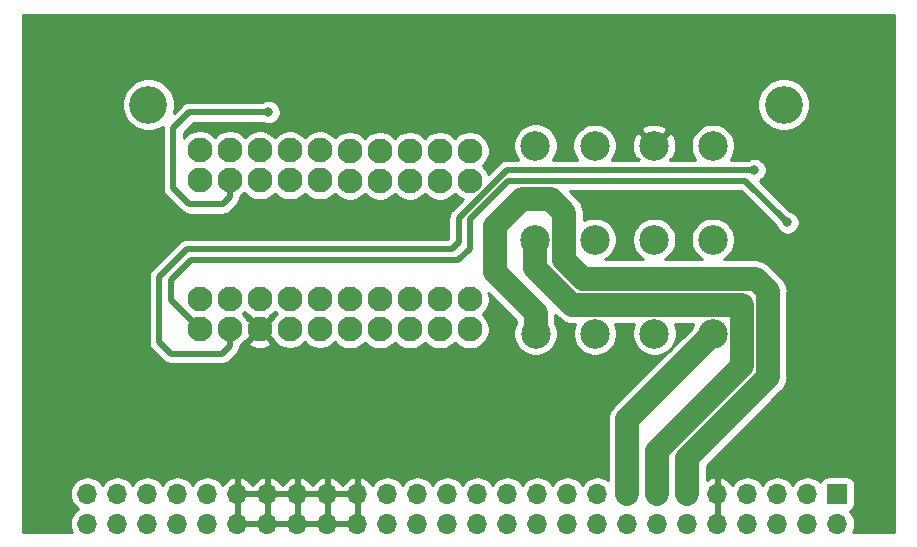
<source format=gbr>
G04 #@! TF.GenerationSoftware,KiCad,Pcbnew,5.1.2-f72e74a~84~ubuntu19.04.1*
G04 #@! TF.CreationDate,2019-05-14T14:31:21-05:00*
G04 #@! TF.ProjectId,Adapter-TE-52,41646170-7465-4722-9d54-452d35322e6b,rev?*
G04 #@! TF.SameCoordinates,Original*
G04 #@! TF.FileFunction,Copper,L2,Bot*
G04 #@! TF.FilePolarity,Positive*
%FSLAX46Y46*%
G04 Gerber Fmt 4.6, Leading zero omitted, Abs format (unit mm)*
G04 Created by KiCad (PCBNEW 5.1.2-f72e74a~84~ubuntu19.04.1) date 2019-05-14 14:31:21*
%MOMM*%
%LPD*%
G04 APERTURE LIST*
%ADD10R,1.700000X1.700000*%
%ADD11O,1.700000X1.700000*%
%ADD12C,2.100000*%
%ADD13C,2.500000*%
%ADD14C,3.200000*%
%ADD15C,0.800000*%
%ADD16C,5.000000*%
%ADD17C,0.500000*%
%ADD18C,2.000000*%
%ADD19C,0.254000*%
G04 APERTURE END LIST*
D10*
X167299640Y-115524280D03*
D11*
X167299640Y-118064280D03*
X164759640Y-115524280D03*
X164759640Y-118064280D03*
X162219640Y-115524280D03*
X162219640Y-118064280D03*
X159679640Y-115524280D03*
X159679640Y-118064280D03*
X157139640Y-115524280D03*
X157139640Y-118064280D03*
X154599640Y-115524280D03*
X154599640Y-118064280D03*
X152059640Y-115524280D03*
X152059640Y-118064280D03*
X149519640Y-115524280D03*
X149519640Y-118064280D03*
X146979640Y-115524280D03*
X146979640Y-118064280D03*
X144439640Y-115524280D03*
X144439640Y-118064280D03*
X141899640Y-115524280D03*
X141899640Y-118064280D03*
X139359640Y-115524280D03*
X139359640Y-118064280D03*
X136819640Y-115524280D03*
X136819640Y-118064280D03*
X134279640Y-115524280D03*
X134279640Y-118064280D03*
X131739640Y-115524280D03*
X131739640Y-118064280D03*
X129199640Y-115524280D03*
X129199640Y-118064280D03*
X126659640Y-115524280D03*
X126659640Y-118064280D03*
X124119640Y-115524280D03*
X124119640Y-118064280D03*
X121579640Y-115524280D03*
X121579640Y-118064280D03*
X119039640Y-115524280D03*
X119039640Y-118064280D03*
X116499640Y-115524280D03*
X116499640Y-118064280D03*
X113959640Y-115524280D03*
X113959640Y-118064280D03*
X111419640Y-115524280D03*
X111419640Y-118064280D03*
X108879640Y-115524280D03*
X108879640Y-118064280D03*
X106339640Y-115524280D03*
X106339640Y-118064280D03*
X103799640Y-115524280D03*
X103799640Y-118064280D03*
D12*
X123469400Y-99034600D03*
X126009400Y-99060000D03*
X113309400Y-98983800D03*
X131089400Y-99060000D03*
X133629400Y-99060000D03*
X136169400Y-101600000D03*
X115849400Y-101523800D03*
X133629400Y-101600000D03*
X115849400Y-98983800D03*
X128549400Y-99060000D03*
X118389400Y-101574600D03*
X118389400Y-99034600D03*
X113309400Y-101523800D03*
X123469400Y-101574600D03*
X120929400Y-99034600D03*
X131089400Y-101600000D03*
X128549400Y-101600000D03*
X126009400Y-101600000D03*
X120929400Y-101574600D03*
X136169400Y-99060000D03*
D13*
X151803100Y-101955600D03*
X146773900Y-101955600D03*
X156781500Y-101955600D03*
X141757400Y-101942900D03*
X146748500Y-94005400D03*
X141732000Y-93992700D03*
X151777700Y-94005400D03*
X156756100Y-94005400D03*
X156756100Y-86055200D03*
X151777700Y-86055200D03*
X146748500Y-86055200D03*
X141732000Y-86042500D03*
D12*
X136169400Y-89001600D03*
X136169400Y-86461600D03*
X133629400Y-86461600D03*
X133629400Y-89001600D03*
X131089400Y-89001600D03*
X131089400Y-86461600D03*
X128549400Y-86461600D03*
X128549400Y-89001600D03*
X126009400Y-86461600D03*
X126009400Y-89001600D03*
X123469400Y-88976200D03*
X123469400Y-86436200D03*
X118389400Y-86436200D03*
X120929400Y-88976200D03*
X118389400Y-88976200D03*
X120929400Y-86436200D03*
X115849400Y-86385400D03*
X115849400Y-88925400D03*
X113309400Y-88925400D03*
X113309400Y-86385400D03*
D14*
X162763200Y-82575400D03*
X108966000Y-82575400D03*
D15*
X160263840Y-88097360D03*
D16*
X168714420Y-78303120D03*
X101719380Y-78303120D03*
D15*
X163062920Y-92542360D03*
X119120920Y-83195160D03*
D17*
X133352332Y-94792800D02*
X112247680Y-94792800D01*
X109870240Y-102641400D02*
X110886240Y-103657400D01*
X112247680Y-94792800D02*
X109870240Y-97170240D01*
X110886240Y-103657400D02*
X115200724Y-103657400D01*
X115200724Y-103657400D02*
X115849400Y-103008724D01*
X109870240Y-97170240D02*
X109870240Y-102641400D01*
X115849400Y-103008724D02*
X115849400Y-101523800D01*
X133352332Y-94792800D02*
X134670800Y-94792800D01*
X134670800Y-94792800D02*
X135244840Y-94218760D01*
X139293642Y-88097360D02*
X160263840Y-88097360D01*
X135244840Y-92146162D02*
X139293642Y-88097360D01*
X135244840Y-94218760D02*
X135244840Y-92146162D01*
X139388205Y-88992761D02*
X159513321Y-88992761D01*
X136174480Y-92206486D02*
X139388205Y-88992761D01*
X136174480Y-94747080D02*
X136174480Y-92206486D01*
X113309400Y-101523800D02*
X110865920Y-99080320D01*
X135214360Y-95707200D02*
X136174480Y-94747080D01*
X159513321Y-88992761D02*
X163062920Y-92542360D01*
X110865920Y-99080320D02*
X110865920Y-97444560D01*
X110865920Y-97444560D02*
X112603280Y-95707200D01*
X112603280Y-95707200D02*
X135214360Y-95707200D01*
D18*
X149519640Y-109217460D02*
X149519640Y-115524280D01*
X156781500Y-101955600D02*
X149519640Y-109217460D01*
X144182001Y-95708641D02*
X145778948Y-97305588D01*
X141757400Y-100175134D02*
X138308080Y-96725814D01*
X161431512Y-98363312D02*
X161431512Y-105629168D01*
X140629640Y-90556081D02*
X143027401Y-90556081D01*
X160373788Y-97305588D02*
X161431512Y-98363312D01*
X138308080Y-92877641D02*
X140629640Y-90556081D01*
X145778948Y-97305588D02*
X160373788Y-97305588D01*
X154599640Y-114322199D02*
X154599640Y-115524280D01*
X144182001Y-91710681D02*
X144182001Y-95708641D01*
X161431512Y-105629168D02*
X154599640Y-112461040D01*
X141757400Y-101942900D02*
X141757400Y-100175134D01*
X143027401Y-90556081D02*
X144182001Y-91710681D01*
X138308080Y-96725814D02*
X138308080Y-92877641D01*
X154599640Y-112461040D02*
X154599640Y-114322199D01*
X141732000Y-93992700D02*
X141732000Y-96369924D01*
X159231501Y-99505599D02*
X159231501Y-104715139D01*
X141732000Y-96369924D02*
X141981990Y-96619915D01*
X152059640Y-114322199D02*
X152059640Y-115524280D01*
X152059640Y-111887000D02*
X152059640Y-114322199D01*
X159231501Y-104715139D02*
X152059640Y-111887000D01*
X144867674Y-99505599D02*
X159231501Y-99505599D01*
X141981990Y-96619915D02*
X144867674Y-99505599D01*
D17*
X115849400Y-90410324D02*
X115849400Y-88925400D01*
X112435640Y-83195160D02*
X111053880Y-84576920D01*
X111053880Y-89601040D02*
X112435640Y-90982800D01*
X115276924Y-90982800D02*
X115849400Y-90410324D01*
X112435640Y-90982800D02*
X115276924Y-90982800D01*
X119120920Y-83195160D02*
X112435640Y-83195160D01*
X111053880Y-84576920D02*
X111053880Y-89601040D01*
D19*
G36*
X172060001Y-118720000D02*
G01*
X168632973Y-118720000D01*
X168678239Y-118635314D01*
X168763153Y-118355391D01*
X168791825Y-118064280D01*
X168763153Y-117773169D01*
X168678239Y-117493246D01*
X168540346Y-117235266D01*
X168354774Y-117009146D01*
X168324953Y-116984673D01*
X168393820Y-116963782D01*
X168504134Y-116904817D01*
X168600825Y-116825465D01*
X168680177Y-116728774D01*
X168739142Y-116618460D01*
X168775452Y-116498762D01*
X168787712Y-116374280D01*
X168787712Y-114674280D01*
X168775452Y-114549798D01*
X168739142Y-114430100D01*
X168680177Y-114319786D01*
X168600825Y-114223095D01*
X168504134Y-114143743D01*
X168393820Y-114084778D01*
X168274122Y-114048468D01*
X168149640Y-114036208D01*
X166449640Y-114036208D01*
X166325158Y-114048468D01*
X166205460Y-114084778D01*
X166095146Y-114143743D01*
X165998455Y-114223095D01*
X165919103Y-114319786D01*
X165860138Y-114430100D01*
X165839247Y-114498967D01*
X165814774Y-114469146D01*
X165588654Y-114283574D01*
X165330674Y-114145681D01*
X165050751Y-114060767D01*
X164832590Y-114039280D01*
X164686690Y-114039280D01*
X164468529Y-114060767D01*
X164188606Y-114145681D01*
X163930626Y-114283574D01*
X163704506Y-114469146D01*
X163518934Y-114695266D01*
X163489640Y-114750071D01*
X163460346Y-114695266D01*
X163274774Y-114469146D01*
X163048654Y-114283574D01*
X162790674Y-114145681D01*
X162510751Y-114060767D01*
X162292590Y-114039280D01*
X162146690Y-114039280D01*
X161928529Y-114060767D01*
X161648606Y-114145681D01*
X161390626Y-114283574D01*
X161164506Y-114469146D01*
X160978934Y-114695266D01*
X160949640Y-114750071D01*
X160920346Y-114695266D01*
X160734774Y-114469146D01*
X160508654Y-114283574D01*
X160250674Y-114145681D01*
X159970751Y-114060767D01*
X159752590Y-114039280D01*
X159606690Y-114039280D01*
X159388529Y-114060767D01*
X159108606Y-114145681D01*
X158850626Y-114283574D01*
X158624506Y-114469146D01*
X158438934Y-114695266D01*
X158404439Y-114759803D01*
X158334818Y-114642925D01*
X158139909Y-114426692D01*
X157906560Y-114252639D01*
X157643739Y-114127455D01*
X157496530Y-114082804D01*
X157266640Y-114204125D01*
X157266640Y-115397280D01*
X157286640Y-115397280D01*
X157286640Y-115651280D01*
X157266640Y-115651280D01*
X157266640Y-117937280D01*
X157286640Y-117937280D01*
X157286640Y-118191280D01*
X157266640Y-118191280D01*
X157266640Y-118211280D01*
X157012640Y-118211280D01*
X157012640Y-118191280D01*
X156992640Y-118191280D01*
X156992640Y-117937280D01*
X157012640Y-117937280D01*
X157012640Y-115651280D01*
X156992640Y-115651280D01*
X156992640Y-115397280D01*
X157012640Y-115397280D01*
X157012640Y-114204125D01*
X156782750Y-114082804D01*
X156635541Y-114127455D01*
X156372720Y-114252639D01*
X156234640Y-114355632D01*
X156234640Y-113138278D01*
X162530831Y-106842088D01*
X162593226Y-106790882D01*
X162797543Y-106541920D01*
X162949364Y-106257883D01*
X163042855Y-105949684D01*
X163066512Y-105709490D01*
X163066512Y-105709488D01*
X163074423Y-105629169D01*
X163066512Y-105548849D01*
X163066512Y-98443634D01*
X163074423Y-98363312D01*
X163042855Y-98042795D01*
X162949364Y-97734597D01*
X162887068Y-97618050D01*
X162797543Y-97450560D01*
X162593226Y-97201598D01*
X162530831Y-97150392D01*
X161586712Y-96206274D01*
X161535502Y-96143874D01*
X161286540Y-95939557D01*
X161002503Y-95787736D01*
X160694304Y-95694245D01*
X160454110Y-95670588D01*
X160454107Y-95670588D01*
X160373788Y-95662677D01*
X160293469Y-95670588D01*
X157656881Y-95670588D01*
X157957718Y-95469575D01*
X158220275Y-95207018D01*
X158426566Y-94898282D01*
X158568661Y-94555234D01*
X158641100Y-94191056D01*
X158641100Y-93819744D01*
X158568661Y-93455566D01*
X158426566Y-93112518D01*
X158220275Y-92803782D01*
X157957718Y-92541225D01*
X157648982Y-92334934D01*
X157305934Y-92192839D01*
X156941756Y-92120400D01*
X156570444Y-92120400D01*
X156206266Y-92192839D01*
X155863218Y-92334934D01*
X155554482Y-92541225D01*
X155291925Y-92803782D01*
X155085634Y-93112518D01*
X154943539Y-93455566D01*
X154871100Y-93819744D01*
X154871100Y-94191056D01*
X154943539Y-94555234D01*
X155085634Y-94898282D01*
X155291925Y-95207018D01*
X155554482Y-95469575D01*
X155855319Y-95670588D01*
X152678481Y-95670588D01*
X152979318Y-95469575D01*
X153241875Y-95207018D01*
X153448166Y-94898282D01*
X153590261Y-94555234D01*
X153662700Y-94191056D01*
X153662700Y-93819744D01*
X153590261Y-93455566D01*
X153448166Y-93112518D01*
X153241875Y-92803782D01*
X152979318Y-92541225D01*
X152670582Y-92334934D01*
X152327534Y-92192839D01*
X151963356Y-92120400D01*
X151592044Y-92120400D01*
X151227866Y-92192839D01*
X150884818Y-92334934D01*
X150576082Y-92541225D01*
X150313525Y-92803782D01*
X150107234Y-93112518D01*
X149965139Y-93455566D01*
X149892700Y-93819744D01*
X149892700Y-94191056D01*
X149965139Y-94555234D01*
X150107234Y-94898282D01*
X150313525Y-95207018D01*
X150576082Y-95469575D01*
X150876919Y-95670588D01*
X147649281Y-95670588D01*
X147950118Y-95469575D01*
X148212675Y-95207018D01*
X148418966Y-94898282D01*
X148561061Y-94555234D01*
X148633500Y-94191056D01*
X148633500Y-93819744D01*
X148561061Y-93455566D01*
X148418966Y-93112518D01*
X148212675Y-92803782D01*
X147950118Y-92541225D01*
X147641382Y-92334934D01*
X147298334Y-92192839D01*
X146934156Y-92120400D01*
X146562844Y-92120400D01*
X146198666Y-92192839D01*
X145855618Y-92334934D01*
X145817001Y-92360737D01*
X145817001Y-91791000D01*
X145824912Y-91710681D01*
X145815155Y-91611617D01*
X145793344Y-91390165D01*
X145699853Y-91081966D01*
X145548032Y-90797929D01*
X145343715Y-90548967D01*
X145281320Y-90497761D01*
X144661319Y-89877761D01*
X159146743Y-89877761D01*
X162056385Y-92787404D01*
X162067694Y-92844258D01*
X162145715Y-93032616D01*
X162258983Y-93202134D01*
X162403146Y-93346297D01*
X162572664Y-93459565D01*
X162761022Y-93537586D01*
X162960981Y-93577360D01*
X163164859Y-93577360D01*
X163364818Y-93537586D01*
X163553176Y-93459565D01*
X163722694Y-93346297D01*
X163866857Y-93202134D01*
X163980125Y-93032616D01*
X164058146Y-92844258D01*
X164097920Y-92644299D01*
X164097920Y-92440421D01*
X164058146Y-92240462D01*
X163980125Y-92052104D01*
X163866857Y-91882586D01*
X163722694Y-91738423D01*
X163553176Y-91625155D01*
X163364818Y-91547134D01*
X163307964Y-91535825D01*
X160773643Y-89001504D01*
X160923614Y-88901297D01*
X161067777Y-88757134D01*
X161181045Y-88587616D01*
X161259066Y-88399258D01*
X161298840Y-88199299D01*
X161298840Y-87995421D01*
X161259066Y-87795462D01*
X161181045Y-87607104D01*
X161067777Y-87437586D01*
X160923614Y-87293423D01*
X160754096Y-87180155D01*
X160565738Y-87102134D01*
X160365779Y-87062360D01*
X160161901Y-87062360D01*
X159961942Y-87102134D01*
X159773584Y-87180155D01*
X159725386Y-87212360D01*
X158249981Y-87212360D01*
X158426566Y-86948082D01*
X158568661Y-86605034D01*
X158641100Y-86240856D01*
X158641100Y-85869544D01*
X158568661Y-85505366D01*
X158426566Y-85162318D01*
X158220275Y-84853582D01*
X157957718Y-84591025D01*
X157648982Y-84384734D01*
X157305934Y-84242639D01*
X156941756Y-84170200D01*
X156570444Y-84170200D01*
X156206266Y-84242639D01*
X155863218Y-84384734D01*
X155554482Y-84591025D01*
X155291925Y-84853582D01*
X155085634Y-85162318D01*
X154943539Y-85505366D01*
X154871100Y-85869544D01*
X154871100Y-86240856D01*
X154943539Y-86605034D01*
X155085634Y-86948082D01*
X155262219Y-87212360D01*
X153114468Y-87212360D01*
X153091307Y-87189199D01*
X153381277Y-87063286D01*
X153547133Y-86731074D01*
X153644990Y-86372888D01*
X153671089Y-86002494D01*
X153624425Y-85634125D01*
X153506794Y-85281938D01*
X153381277Y-85047114D01*
X153091305Y-84921200D01*
X151957305Y-86055200D01*
X151971448Y-86069343D01*
X151791843Y-86248948D01*
X151777700Y-86234805D01*
X151763558Y-86248948D01*
X151583953Y-86069343D01*
X151598095Y-86055200D01*
X150464095Y-84921200D01*
X150174123Y-85047114D01*
X150008267Y-85379326D01*
X149910410Y-85737512D01*
X149884311Y-86107906D01*
X149930975Y-86476275D01*
X150048606Y-86828462D01*
X150174123Y-87063286D01*
X150464093Y-87189199D01*
X150440932Y-87212360D01*
X148242381Y-87212360D01*
X148418966Y-86948082D01*
X148561061Y-86605034D01*
X148633500Y-86240856D01*
X148633500Y-85869544D01*
X148561061Y-85505366D01*
X148418966Y-85162318D01*
X148212675Y-84853582D01*
X148100688Y-84741595D01*
X150643700Y-84741595D01*
X151777700Y-85875595D01*
X152911700Y-84741595D01*
X152785786Y-84451623D01*
X152453574Y-84285767D01*
X152095388Y-84187910D01*
X151724994Y-84161811D01*
X151356625Y-84208475D01*
X151004438Y-84326106D01*
X150769614Y-84451623D01*
X150643700Y-84741595D01*
X148100688Y-84741595D01*
X147950118Y-84591025D01*
X147641382Y-84384734D01*
X147298334Y-84242639D01*
X146934156Y-84170200D01*
X146562844Y-84170200D01*
X146198666Y-84242639D01*
X145855618Y-84384734D01*
X145546882Y-84591025D01*
X145284325Y-84853582D01*
X145078034Y-85162318D01*
X144935939Y-85505366D01*
X144863500Y-85869544D01*
X144863500Y-86240856D01*
X144935939Y-86605034D01*
X145078034Y-86948082D01*
X145254619Y-87212360D01*
X143217395Y-87212360D01*
X143402466Y-86935382D01*
X143544561Y-86592334D01*
X143617000Y-86228156D01*
X143617000Y-85856844D01*
X143544561Y-85492666D01*
X143402466Y-85149618D01*
X143196175Y-84840882D01*
X142933618Y-84578325D01*
X142624882Y-84372034D01*
X142281834Y-84229939D01*
X141917656Y-84157500D01*
X141546344Y-84157500D01*
X141182166Y-84229939D01*
X140839118Y-84372034D01*
X140530382Y-84578325D01*
X140267825Y-84840882D01*
X140061534Y-85149618D01*
X139919439Y-85492666D01*
X139847000Y-85856844D01*
X139847000Y-86228156D01*
X139919439Y-86592334D01*
X140061534Y-86935382D01*
X140246605Y-87212360D01*
X139337111Y-87212360D01*
X139293642Y-87208079D01*
X139250173Y-87212360D01*
X139250165Y-87212360D01*
X139120152Y-87225165D01*
X138953329Y-87275771D01*
X138803315Y-87355954D01*
X138799583Y-87357949D01*
X138698595Y-87440828D01*
X138698593Y-87440830D01*
X138664825Y-87468543D01*
X138637112Y-87502311D01*
X137742688Y-88396736D01*
X137662628Y-88203453D01*
X137478225Y-87927475D01*
X137282350Y-87731600D01*
X137478225Y-87535725D01*
X137662628Y-87259747D01*
X137789646Y-86953096D01*
X137854400Y-86627558D01*
X137854400Y-86295642D01*
X137789646Y-85970104D01*
X137662628Y-85663453D01*
X137478225Y-85387475D01*
X137243525Y-85152775D01*
X136967547Y-84968372D01*
X136660896Y-84841354D01*
X136335358Y-84776600D01*
X136003442Y-84776600D01*
X135677904Y-84841354D01*
X135371253Y-84968372D01*
X135095275Y-85152775D01*
X134899400Y-85348650D01*
X134703525Y-85152775D01*
X134427547Y-84968372D01*
X134120896Y-84841354D01*
X133795358Y-84776600D01*
X133463442Y-84776600D01*
X133137904Y-84841354D01*
X132831253Y-84968372D01*
X132555275Y-85152775D01*
X132359400Y-85348650D01*
X132163525Y-85152775D01*
X131887547Y-84968372D01*
X131580896Y-84841354D01*
X131255358Y-84776600D01*
X130923442Y-84776600D01*
X130597904Y-84841354D01*
X130291253Y-84968372D01*
X130015275Y-85152775D01*
X129819400Y-85348650D01*
X129623525Y-85152775D01*
X129347547Y-84968372D01*
X129040896Y-84841354D01*
X128715358Y-84776600D01*
X128383442Y-84776600D01*
X128057904Y-84841354D01*
X127751253Y-84968372D01*
X127475275Y-85152775D01*
X127279400Y-85348650D01*
X127083525Y-85152775D01*
X126807547Y-84968372D01*
X126500896Y-84841354D01*
X126175358Y-84776600D01*
X125843442Y-84776600D01*
X125517904Y-84841354D01*
X125211253Y-84968372D01*
X124935275Y-85152775D01*
X124752100Y-85335950D01*
X124543525Y-85127375D01*
X124267547Y-84942972D01*
X123960896Y-84815954D01*
X123635358Y-84751200D01*
X123303442Y-84751200D01*
X122977904Y-84815954D01*
X122671253Y-84942972D01*
X122395275Y-85127375D01*
X122199400Y-85323250D01*
X122003525Y-85127375D01*
X121727547Y-84942972D01*
X121420896Y-84815954D01*
X121095358Y-84751200D01*
X120763442Y-84751200D01*
X120437904Y-84815954D01*
X120131253Y-84942972D01*
X119855275Y-85127375D01*
X119659400Y-85323250D01*
X119463525Y-85127375D01*
X119187547Y-84942972D01*
X118880896Y-84815954D01*
X118555358Y-84751200D01*
X118223442Y-84751200D01*
X117897904Y-84815954D01*
X117591253Y-84942972D01*
X117315275Y-85127375D01*
X117144800Y-85297850D01*
X116923525Y-85076575D01*
X116647547Y-84892172D01*
X116340896Y-84765154D01*
X116015358Y-84700400D01*
X115683442Y-84700400D01*
X115357904Y-84765154D01*
X115051253Y-84892172D01*
X114775275Y-85076575D01*
X114579400Y-85272450D01*
X114383525Y-85076575D01*
X114107547Y-84892172D01*
X113800896Y-84765154D01*
X113475358Y-84700400D01*
X113143442Y-84700400D01*
X112817904Y-84765154D01*
X112511253Y-84892172D01*
X112235275Y-85076575D01*
X112000575Y-85311275D01*
X111938880Y-85403608D01*
X111938880Y-84943498D01*
X112802219Y-84080160D01*
X118582466Y-84080160D01*
X118630664Y-84112365D01*
X118819022Y-84190386D01*
X119018981Y-84230160D01*
X119222859Y-84230160D01*
X119422818Y-84190386D01*
X119611176Y-84112365D01*
X119780694Y-83999097D01*
X119924857Y-83854934D01*
X120038125Y-83685416D01*
X120116146Y-83497058D01*
X120155920Y-83297099D01*
X120155920Y-83093221D01*
X120116146Y-82893262D01*
X120038125Y-82704904D01*
X119924857Y-82535386D01*
X119780694Y-82391223D01*
X119726890Y-82355272D01*
X160528200Y-82355272D01*
X160528200Y-82795528D01*
X160614090Y-83227325D01*
X160782569Y-83634069D01*
X161027162Y-84000129D01*
X161338471Y-84311438D01*
X161704531Y-84556031D01*
X162111275Y-84724510D01*
X162543072Y-84810400D01*
X162983328Y-84810400D01*
X163415125Y-84724510D01*
X163821869Y-84556031D01*
X164187929Y-84311438D01*
X164499238Y-84000129D01*
X164743831Y-83634069D01*
X164912310Y-83227325D01*
X164998200Y-82795528D01*
X164998200Y-82355272D01*
X164912310Y-81923475D01*
X164743831Y-81516731D01*
X164499238Y-81150671D01*
X164187929Y-80839362D01*
X163821869Y-80594769D01*
X163415125Y-80426290D01*
X162983328Y-80340400D01*
X162543072Y-80340400D01*
X162111275Y-80426290D01*
X161704531Y-80594769D01*
X161338471Y-80839362D01*
X161027162Y-81150671D01*
X160782569Y-81516731D01*
X160614090Y-81923475D01*
X160528200Y-82355272D01*
X119726890Y-82355272D01*
X119611176Y-82277955D01*
X119422818Y-82199934D01*
X119222859Y-82160160D01*
X119018981Y-82160160D01*
X118819022Y-82199934D01*
X118630664Y-82277955D01*
X118582466Y-82310160D01*
X112479109Y-82310160D01*
X112435640Y-82305879D01*
X112392171Y-82310160D01*
X112392163Y-82310160D01*
X112262150Y-82322965D01*
X112095327Y-82373571D01*
X111941581Y-82455749D01*
X111840593Y-82538628D01*
X111840591Y-82538630D01*
X111806823Y-82566343D01*
X111779110Y-82600111D01*
X111089098Y-83290124D01*
X111115110Y-83227325D01*
X111201000Y-82795528D01*
X111201000Y-82355272D01*
X111115110Y-81923475D01*
X110946631Y-81516731D01*
X110702038Y-81150671D01*
X110390729Y-80839362D01*
X110024669Y-80594769D01*
X109617925Y-80426290D01*
X109186128Y-80340400D01*
X108745872Y-80340400D01*
X108314075Y-80426290D01*
X107907331Y-80594769D01*
X107541271Y-80839362D01*
X107229962Y-81150671D01*
X106985369Y-81516731D01*
X106816890Y-81923475D01*
X106731000Y-82355272D01*
X106731000Y-82795528D01*
X106816890Y-83227325D01*
X106985369Y-83634069D01*
X107229962Y-84000129D01*
X107541271Y-84311438D01*
X107907331Y-84556031D01*
X108314075Y-84724510D01*
X108745872Y-84810400D01*
X109186128Y-84810400D01*
X109617925Y-84724510D01*
X110024669Y-84556031D01*
X110176658Y-84454476D01*
X110168880Y-84533444D01*
X110168880Y-84533451D01*
X110164599Y-84576920D01*
X110168880Y-84620389D01*
X110168881Y-89557561D01*
X110164599Y-89601040D01*
X110181685Y-89774530D01*
X110232292Y-89941353D01*
X110314470Y-90095099D01*
X110397348Y-90196086D01*
X110397351Y-90196089D01*
X110425064Y-90229857D01*
X110458831Y-90257569D01*
X111779110Y-91577849D01*
X111806823Y-91611617D01*
X111840591Y-91639330D01*
X111840593Y-91639332D01*
X111860177Y-91655404D01*
X111941581Y-91722211D01*
X112095327Y-91804389D01*
X112262150Y-91854995D01*
X112392163Y-91867800D01*
X112392171Y-91867800D01*
X112435640Y-91872081D01*
X112479109Y-91867800D01*
X115233455Y-91867800D01*
X115276924Y-91872081D01*
X115320393Y-91867800D01*
X115320401Y-91867800D01*
X115450414Y-91854995D01*
X115617237Y-91804389D01*
X115770983Y-91722211D01*
X115905741Y-91611617D01*
X115933458Y-91577844D01*
X116444445Y-91066857D01*
X116478217Y-91039141D01*
X116588811Y-90904383D01*
X116670989Y-90750637D01*
X116721595Y-90583814D01*
X116734400Y-90453801D01*
X116734400Y-90453791D01*
X116738681Y-90410325D01*
X116734400Y-90366859D01*
X116734400Y-90360595D01*
X116923525Y-90234225D01*
X117094000Y-90063750D01*
X117315275Y-90285025D01*
X117591253Y-90469428D01*
X117897904Y-90596446D01*
X118223442Y-90661200D01*
X118555358Y-90661200D01*
X118880896Y-90596446D01*
X119187547Y-90469428D01*
X119463525Y-90285025D01*
X119659400Y-90089150D01*
X119855275Y-90285025D01*
X120131253Y-90469428D01*
X120437904Y-90596446D01*
X120763442Y-90661200D01*
X121095358Y-90661200D01*
X121420896Y-90596446D01*
X121727547Y-90469428D01*
X122003525Y-90285025D01*
X122199400Y-90089150D01*
X122395275Y-90285025D01*
X122671253Y-90469428D01*
X122977904Y-90596446D01*
X123303442Y-90661200D01*
X123635358Y-90661200D01*
X123960896Y-90596446D01*
X124267547Y-90469428D01*
X124543525Y-90285025D01*
X124726700Y-90101850D01*
X124935275Y-90310425D01*
X125211253Y-90494828D01*
X125517904Y-90621846D01*
X125843442Y-90686600D01*
X126175358Y-90686600D01*
X126500896Y-90621846D01*
X126807547Y-90494828D01*
X127083525Y-90310425D01*
X127279400Y-90114550D01*
X127475275Y-90310425D01*
X127751253Y-90494828D01*
X128057904Y-90621846D01*
X128383442Y-90686600D01*
X128715358Y-90686600D01*
X129040896Y-90621846D01*
X129347547Y-90494828D01*
X129623525Y-90310425D01*
X129819400Y-90114550D01*
X130015275Y-90310425D01*
X130291253Y-90494828D01*
X130597904Y-90621846D01*
X130923442Y-90686600D01*
X131255358Y-90686600D01*
X131580896Y-90621846D01*
X131887547Y-90494828D01*
X132163525Y-90310425D01*
X132359400Y-90114550D01*
X132555275Y-90310425D01*
X132831253Y-90494828D01*
X133137904Y-90621846D01*
X133463442Y-90686600D01*
X133795358Y-90686600D01*
X134120896Y-90621846D01*
X134427547Y-90494828D01*
X134703525Y-90310425D01*
X134899400Y-90114550D01*
X135095275Y-90310425D01*
X135371253Y-90494828D01*
X135564536Y-90574888D01*
X134649791Y-91489632D01*
X134616024Y-91517345D01*
X134588311Y-91551113D01*
X134588308Y-91551116D01*
X134505430Y-91652103D01*
X134423252Y-91805849D01*
X134372645Y-91972672D01*
X134355559Y-92146162D01*
X134359841Y-92189641D01*
X134359840Y-93852182D01*
X134304222Y-93907800D01*
X112291149Y-93907800D01*
X112247680Y-93903519D01*
X112204211Y-93907800D01*
X112204203Y-93907800D01*
X112074190Y-93920605D01*
X111907367Y-93971211D01*
X111779879Y-94039354D01*
X111753621Y-94053389D01*
X111652633Y-94136268D01*
X111652631Y-94136270D01*
X111618863Y-94163983D01*
X111591150Y-94197751D01*
X109275196Y-96513706D01*
X109241423Y-96541423D01*
X109130829Y-96676182D01*
X109048651Y-96829928D01*
X108998045Y-96996751D01*
X108985240Y-97126764D01*
X108985240Y-97126771D01*
X108980959Y-97170240D01*
X108985240Y-97213709D01*
X108985241Y-102597921D01*
X108980959Y-102641400D01*
X108998045Y-102814890D01*
X109048652Y-102981713D01*
X109130830Y-103135459D01*
X109213708Y-103236446D01*
X109213711Y-103236449D01*
X109241424Y-103270217D01*
X109275191Y-103297929D01*
X110229710Y-104252449D01*
X110257423Y-104286217D01*
X110291191Y-104313930D01*
X110291193Y-104313932D01*
X110362692Y-104372610D01*
X110392181Y-104396811D01*
X110545927Y-104478989D01*
X110662143Y-104514243D01*
X110712749Y-104529595D01*
X110727546Y-104531052D01*
X110842763Y-104542400D01*
X110842771Y-104542400D01*
X110886240Y-104546681D01*
X110929709Y-104542400D01*
X115157255Y-104542400D01*
X115200724Y-104546681D01*
X115244193Y-104542400D01*
X115244201Y-104542400D01*
X115374214Y-104529595D01*
X115541037Y-104478989D01*
X115694783Y-104396811D01*
X115829541Y-104286217D01*
X115857258Y-104252444D01*
X116444450Y-103665253D01*
X116478217Y-103637541D01*
X116546579Y-103554243D01*
X116588810Y-103502784D01*
X116588811Y-103502783D01*
X116670989Y-103349037D01*
X116721595Y-103182214D01*
X116734400Y-103052201D01*
X116734400Y-103052191D01*
X116738681Y-103008725D01*
X116734400Y-102965259D01*
X116734400Y-102958995D01*
X116923525Y-102832625D01*
X117010484Y-102745666D01*
X117397939Y-102745666D01*
X117499739Y-103015179D01*
X117797877Y-103161063D01*
X118118746Y-103245980D01*
X118450017Y-103266666D01*
X118778957Y-103222328D01*
X119092927Y-103114669D01*
X119279061Y-103015179D01*
X119380861Y-102745666D01*
X118389400Y-101754205D01*
X117397939Y-102745666D01*
X117010484Y-102745666D01*
X117158225Y-102597925D01*
X117187339Y-102554353D01*
X117218334Y-102566061D01*
X118209795Y-101574600D01*
X117305939Y-100670744D01*
X117158225Y-100449675D01*
X116962350Y-100253800D01*
X117094000Y-100122150D01*
X117315275Y-100343425D01*
X117399409Y-100399642D01*
X117397939Y-100403534D01*
X118389400Y-101394995D01*
X119380861Y-100403534D01*
X119379391Y-100399642D01*
X119463525Y-100343425D01*
X119659400Y-100147550D01*
X119816450Y-100304600D01*
X119620575Y-100500475D01*
X119564358Y-100584609D01*
X119560466Y-100583139D01*
X118569005Y-101574600D01*
X119560466Y-102566061D01*
X119564358Y-102564591D01*
X119620575Y-102648725D01*
X119855275Y-102883425D01*
X120131253Y-103067828D01*
X120437904Y-103194846D01*
X120763442Y-103259600D01*
X121095358Y-103259600D01*
X121420896Y-103194846D01*
X121727547Y-103067828D01*
X122003525Y-102883425D01*
X122199400Y-102687550D01*
X122395275Y-102883425D01*
X122671253Y-103067828D01*
X122977904Y-103194846D01*
X123303442Y-103259600D01*
X123635358Y-103259600D01*
X123960896Y-103194846D01*
X124267547Y-103067828D01*
X124543525Y-102883425D01*
X124726700Y-102700250D01*
X124935275Y-102908825D01*
X125211253Y-103093228D01*
X125517904Y-103220246D01*
X125843442Y-103285000D01*
X126175358Y-103285000D01*
X126500896Y-103220246D01*
X126807547Y-103093228D01*
X127083525Y-102908825D01*
X127279400Y-102712950D01*
X127475275Y-102908825D01*
X127751253Y-103093228D01*
X128057904Y-103220246D01*
X128383442Y-103285000D01*
X128715358Y-103285000D01*
X129040896Y-103220246D01*
X129347547Y-103093228D01*
X129623525Y-102908825D01*
X129819400Y-102712950D01*
X130015275Y-102908825D01*
X130291253Y-103093228D01*
X130597904Y-103220246D01*
X130923442Y-103285000D01*
X131255358Y-103285000D01*
X131580896Y-103220246D01*
X131887547Y-103093228D01*
X132163525Y-102908825D01*
X132359400Y-102712950D01*
X132555275Y-102908825D01*
X132831253Y-103093228D01*
X133137904Y-103220246D01*
X133463442Y-103285000D01*
X133795358Y-103285000D01*
X134120896Y-103220246D01*
X134427547Y-103093228D01*
X134703525Y-102908825D01*
X134899400Y-102712950D01*
X135095275Y-102908825D01*
X135371253Y-103093228D01*
X135677904Y-103220246D01*
X136003442Y-103285000D01*
X136335358Y-103285000D01*
X136660896Y-103220246D01*
X136967547Y-103093228D01*
X137243525Y-102908825D01*
X137478225Y-102674125D01*
X137662628Y-102398147D01*
X137789646Y-102091496D01*
X137854400Y-101765958D01*
X137854400Y-101434042D01*
X137789646Y-101108504D01*
X137662628Y-100801853D01*
X137478225Y-100525875D01*
X137282350Y-100330000D01*
X137478225Y-100134125D01*
X137662628Y-99858147D01*
X137789646Y-99551496D01*
X137854400Y-99225958D01*
X137854400Y-98894042D01*
X137789646Y-98568504D01*
X137755079Y-98485051D01*
X140122400Y-100852373D01*
X140122400Y-100996939D01*
X140086934Y-101050018D01*
X139944839Y-101393066D01*
X139872400Y-101757244D01*
X139872400Y-102128556D01*
X139944839Y-102492734D01*
X140086934Y-102835782D01*
X140293225Y-103144518D01*
X140555782Y-103407075D01*
X140864518Y-103613366D01*
X141207566Y-103755461D01*
X141571744Y-103827900D01*
X141943056Y-103827900D01*
X142307234Y-103755461D01*
X142650282Y-103613366D01*
X142959018Y-103407075D01*
X143221575Y-103144518D01*
X143427866Y-102835782D01*
X143569961Y-102492734D01*
X143642400Y-102128556D01*
X143642400Y-101757244D01*
X143569961Y-101393066D01*
X143427866Y-101050018D01*
X143392400Y-100996939D01*
X143392400Y-100342564D01*
X143654754Y-100604918D01*
X143705960Y-100667313D01*
X143954922Y-100871630D01*
X144238959Y-101023451D01*
X144547158Y-101116942D01*
X144787352Y-101140599D01*
X144787354Y-101140599D01*
X144867673Y-101148510D01*
X144947993Y-101140599D01*
X145071175Y-101140599D01*
X144961339Y-101405766D01*
X144888900Y-101769944D01*
X144888900Y-102141256D01*
X144961339Y-102505434D01*
X145103434Y-102848482D01*
X145309725Y-103157218D01*
X145572282Y-103419775D01*
X145881018Y-103626066D01*
X146224066Y-103768161D01*
X146588244Y-103840600D01*
X146959556Y-103840600D01*
X147323734Y-103768161D01*
X147666782Y-103626066D01*
X147975518Y-103419775D01*
X148238075Y-103157218D01*
X148444366Y-102848482D01*
X148586461Y-102505434D01*
X148658900Y-102141256D01*
X148658900Y-101769944D01*
X148586461Y-101405766D01*
X148476625Y-101140599D01*
X150100375Y-101140599D01*
X149990539Y-101405766D01*
X149918100Y-101769944D01*
X149918100Y-102141256D01*
X149990539Y-102505434D01*
X150132634Y-102848482D01*
X150338925Y-103157218D01*
X150601482Y-103419775D01*
X150910218Y-103626066D01*
X151253266Y-103768161D01*
X151617444Y-103840600D01*
X151988756Y-103840600D01*
X152352934Y-103768161D01*
X152695982Y-103626066D01*
X153004718Y-103419775D01*
X153267275Y-103157218D01*
X153473566Y-102848482D01*
X153615661Y-102505434D01*
X153688100Y-102141256D01*
X153688100Y-101769944D01*
X153615661Y-101405766D01*
X153505825Y-101140599D01*
X155078775Y-101140599D01*
X154968939Y-101405766D01*
X154956485Y-101468376D01*
X148420327Y-108004535D01*
X148357926Y-108055746D01*
X148153609Y-108304709D01*
X148001788Y-108588746D01*
X147908297Y-108896945D01*
X147884640Y-109137138D01*
X147876729Y-109217460D01*
X147884640Y-109297780D01*
X147884641Y-114345935D01*
X147808654Y-114283574D01*
X147550674Y-114145681D01*
X147270751Y-114060767D01*
X147052590Y-114039280D01*
X146906690Y-114039280D01*
X146688529Y-114060767D01*
X146408606Y-114145681D01*
X146150626Y-114283574D01*
X145924506Y-114469146D01*
X145738934Y-114695266D01*
X145709640Y-114750071D01*
X145680346Y-114695266D01*
X145494774Y-114469146D01*
X145268654Y-114283574D01*
X145010674Y-114145681D01*
X144730751Y-114060767D01*
X144512590Y-114039280D01*
X144366690Y-114039280D01*
X144148529Y-114060767D01*
X143868606Y-114145681D01*
X143610626Y-114283574D01*
X143384506Y-114469146D01*
X143198934Y-114695266D01*
X143169640Y-114750071D01*
X143140346Y-114695266D01*
X142954774Y-114469146D01*
X142728654Y-114283574D01*
X142470674Y-114145681D01*
X142190751Y-114060767D01*
X141972590Y-114039280D01*
X141826690Y-114039280D01*
X141608529Y-114060767D01*
X141328606Y-114145681D01*
X141070626Y-114283574D01*
X140844506Y-114469146D01*
X140658934Y-114695266D01*
X140629640Y-114750071D01*
X140600346Y-114695266D01*
X140414774Y-114469146D01*
X140188654Y-114283574D01*
X139930674Y-114145681D01*
X139650751Y-114060767D01*
X139432590Y-114039280D01*
X139286690Y-114039280D01*
X139068529Y-114060767D01*
X138788606Y-114145681D01*
X138530626Y-114283574D01*
X138304506Y-114469146D01*
X138118934Y-114695266D01*
X138089640Y-114750071D01*
X138060346Y-114695266D01*
X137874774Y-114469146D01*
X137648654Y-114283574D01*
X137390674Y-114145681D01*
X137110751Y-114060767D01*
X136892590Y-114039280D01*
X136746690Y-114039280D01*
X136528529Y-114060767D01*
X136248606Y-114145681D01*
X135990626Y-114283574D01*
X135764506Y-114469146D01*
X135578934Y-114695266D01*
X135549640Y-114750071D01*
X135520346Y-114695266D01*
X135334774Y-114469146D01*
X135108654Y-114283574D01*
X134850674Y-114145681D01*
X134570751Y-114060767D01*
X134352590Y-114039280D01*
X134206690Y-114039280D01*
X133988529Y-114060767D01*
X133708606Y-114145681D01*
X133450626Y-114283574D01*
X133224506Y-114469146D01*
X133038934Y-114695266D01*
X133009640Y-114750071D01*
X132980346Y-114695266D01*
X132794774Y-114469146D01*
X132568654Y-114283574D01*
X132310674Y-114145681D01*
X132030751Y-114060767D01*
X131812590Y-114039280D01*
X131666690Y-114039280D01*
X131448529Y-114060767D01*
X131168606Y-114145681D01*
X130910626Y-114283574D01*
X130684506Y-114469146D01*
X130498934Y-114695266D01*
X130469640Y-114750071D01*
X130440346Y-114695266D01*
X130254774Y-114469146D01*
X130028654Y-114283574D01*
X129770674Y-114145681D01*
X129490751Y-114060767D01*
X129272590Y-114039280D01*
X129126690Y-114039280D01*
X128908529Y-114060767D01*
X128628606Y-114145681D01*
X128370626Y-114283574D01*
X128144506Y-114469146D01*
X127958934Y-114695266D01*
X127924439Y-114759803D01*
X127854818Y-114642925D01*
X127659909Y-114426692D01*
X127426560Y-114252639D01*
X127163739Y-114127455D01*
X127016530Y-114082804D01*
X126786640Y-114204125D01*
X126786640Y-115397280D01*
X126806640Y-115397280D01*
X126806640Y-115651280D01*
X126786640Y-115651280D01*
X126786640Y-117937280D01*
X126806640Y-117937280D01*
X126806640Y-118191280D01*
X126786640Y-118191280D01*
X126786640Y-118211280D01*
X126532640Y-118211280D01*
X126532640Y-118191280D01*
X124246640Y-118191280D01*
X124246640Y-118211280D01*
X123992640Y-118211280D01*
X123992640Y-118191280D01*
X121706640Y-118191280D01*
X121706640Y-118211280D01*
X121452640Y-118211280D01*
X121452640Y-118191280D01*
X119166640Y-118191280D01*
X119166640Y-118211280D01*
X118912640Y-118211280D01*
X118912640Y-118191280D01*
X116626640Y-118191280D01*
X116626640Y-118211280D01*
X116372640Y-118211280D01*
X116372640Y-118191280D01*
X116352640Y-118191280D01*
X116352640Y-117937280D01*
X116372640Y-117937280D01*
X116372640Y-115651280D01*
X116626640Y-115651280D01*
X116626640Y-117937280D01*
X118912640Y-117937280D01*
X118912640Y-115651280D01*
X119166640Y-115651280D01*
X119166640Y-117937280D01*
X121452640Y-117937280D01*
X121452640Y-115651280D01*
X121706640Y-115651280D01*
X121706640Y-117937280D01*
X123992640Y-117937280D01*
X123992640Y-115651280D01*
X124246640Y-115651280D01*
X124246640Y-117937280D01*
X126532640Y-117937280D01*
X126532640Y-115651280D01*
X124246640Y-115651280D01*
X123992640Y-115651280D01*
X121706640Y-115651280D01*
X121452640Y-115651280D01*
X119166640Y-115651280D01*
X118912640Y-115651280D01*
X116626640Y-115651280D01*
X116372640Y-115651280D01*
X116352640Y-115651280D01*
X116352640Y-115397280D01*
X116372640Y-115397280D01*
X116372640Y-114204125D01*
X116626640Y-114204125D01*
X116626640Y-115397280D01*
X118912640Y-115397280D01*
X118912640Y-114204125D01*
X119166640Y-114204125D01*
X119166640Y-115397280D01*
X121452640Y-115397280D01*
X121452640Y-114204125D01*
X121706640Y-114204125D01*
X121706640Y-115397280D01*
X123992640Y-115397280D01*
X123992640Y-114204125D01*
X124246640Y-114204125D01*
X124246640Y-115397280D01*
X126532640Y-115397280D01*
X126532640Y-114204125D01*
X126302750Y-114082804D01*
X126155541Y-114127455D01*
X125892720Y-114252639D01*
X125659371Y-114426692D01*
X125464462Y-114642925D01*
X125389640Y-114768535D01*
X125314818Y-114642925D01*
X125119909Y-114426692D01*
X124886560Y-114252639D01*
X124623739Y-114127455D01*
X124476530Y-114082804D01*
X124246640Y-114204125D01*
X123992640Y-114204125D01*
X123762750Y-114082804D01*
X123615541Y-114127455D01*
X123352720Y-114252639D01*
X123119371Y-114426692D01*
X122924462Y-114642925D01*
X122849640Y-114768535D01*
X122774818Y-114642925D01*
X122579909Y-114426692D01*
X122346560Y-114252639D01*
X122083739Y-114127455D01*
X121936530Y-114082804D01*
X121706640Y-114204125D01*
X121452640Y-114204125D01*
X121222750Y-114082804D01*
X121075541Y-114127455D01*
X120812720Y-114252639D01*
X120579371Y-114426692D01*
X120384462Y-114642925D01*
X120309640Y-114768535D01*
X120234818Y-114642925D01*
X120039909Y-114426692D01*
X119806560Y-114252639D01*
X119543739Y-114127455D01*
X119396530Y-114082804D01*
X119166640Y-114204125D01*
X118912640Y-114204125D01*
X118682750Y-114082804D01*
X118535541Y-114127455D01*
X118272720Y-114252639D01*
X118039371Y-114426692D01*
X117844462Y-114642925D01*
X117769640Y-114768535D01*
X117694818Y-114642925D01*
X117499909Y-114426692D01*
X117266560Y-114252639D01*
X117003739Y-114127455D01*
X116856530Y-114082804D01*
X116626640Y-114204125D01*
X116372640Y-114204125D01*
X116142750Y-114082804D01*
X115995541Y-114127455D01*
X115732720Y-114252639D01*
X115499371Y-114426692D01*
X115304462Y-114642925D01*
X115234841Y-114759803D01*
X115200346Y-114695266D01*
X115014774Y-114469146D01*
X114788654Y-114283574D01*
X114530674Y-114145681D01*
X114250751Y-114060767D01*
X114032590Y-114039280D01*
X113886690Y-114039280D01*
X113668529Y-114060767D01*
X113388606Y-114145681D01*
X113130626Y-114283574D01*
X112904506Y-114469146D01*
X112718934Y-114695266D01*
X112689640Y-114750071D01*
X112660346Y-114695266D01*
X112474774Y-114469146D01*
X112248654Y-114283574D01*
X111990674Y-114145681D01*
X111710751Y-114060767D01*
X111492590Y-114039280D01*
X111346690Y-114039280D01*
X111128529Y-114060767D01*
X110848606Y-114145681D01*
X110590626Y-114283574D01*
X110364506Y-114469146D01*
X110178934Y-114695266D01*
X110149640Y-114750071D01*
X110120346Y-114695266D01*
X109934774Y-114469146D01*
X109708654Y-114283574D01*
X109450674Y-114145681D01*
X109170751Y-114060767D01*
X108952590Y-114039280D01*
X108806690Y-114039280D01*
X108588529Y-114060767D01*
X108308606Y-114145681D01*
X108050626Y-114283574D01*
X107824506Y-114469146D01*
X107638934Y-114695266D01*
X107609640Y-114750071D01*
X107580346Y-114695266D01*
X107394774Y-114469146D01*
X107168654Y-114283574D01*
X106910674Y-114145681D01*
X106630751Y-114060767D01*
X106412590Y-114039280D01*
X106266690Y-114039280D01*
X106048529Y-114060767D01*
X105768606Y-114145681D01*
X105510626Y-114283574D01*
X105284506Y-114469146D01*
X105098934Y-114695266D01*
X105069640Y-114750071D01*
X105040346Y-114695266D01*
X104854774Y-114469146D01*
X104628654Y-114283574D01*
X104370674Y-114145681D01*
X104090751Y-114060767D01*
X103872590Y-114039280D01*
X103726690Y-114039280D01*
X103508529Y-114060767D01*
X103228606Y-114145681D01*
X102970626Y-114283574D01*
X102744506Y-114469146D01*
X102558934Y-114695266D01*
X102421041Y-114953246D01*
X102336127Y-115233169D01*
X102307455Y-115524280D01*
X102336127Y-115815391D01*
X102421041Y-116095314D01*
X102558934Y-116353294D01*
X102744506Y-116579414D01*
X102970626Y-116764986D01*
X103025431Y-116794280D01*
X102970626Y-116823574D01*
X102744506Y-117009146D01*
X102558934Y-117235266D01*
X102421041Y-117493246D01*
X102336127Y-117773169D01*
X102307455Y-118064280D01*
X102336127Y-118355391D01*
X102421041Y-118635314D01*
X102466307Y-118720000D01*
X98373800Y-118720000D01*
X98373800Y-74955000D01*
X172060000Y-74955000D01*
X172060001Y-118720000D01*
X172060001Y-118720000D01*
G37*
X172060001Y-118720000D02*
X168632973Y-118720000D01*
X168678239Y-118635314D01*
X168763153Y-118355391D01*
X168791825Y-118064280D01*
X168763153Y-117773169D01*
X168678239Y-117493246D01*
X168540346Y-117235266D01*
X168354774Y-117009146D01*
X168324953Y-116984673D01*
X168393820Y-116963782D01*
X168504134Y-116904817D01*
X168600825Y-116825465D01*
X168680177Y-116728774D01*
X168739142Y-116618460D01*
X168775452Y-116498762D01*
X168787712Y-116374280D01*
X168787712Y-114674280D01*
X168775452Y-114549798D01*
X168739142Y-114430100D01*
X168680177Y-114319786D01*
X168600825Y-114223095D01*
X168504134Y-114143743D01*
X168393820Y-114084778D01*
X168274122Y-114048468D01*
X168149640Y-114036208D01*
X166449640Y-114036208D01*
X166325158Y-114048468D01*
X166205460Y-114084778D01*
X166095146Y-114143743D01*
X165998455Y-114223095D01*
X165919103Y-114319786D01*
X165860138Y-114430100D01*
X165839247Y-114498967D01*
X165814774Y-114469146D01*
X165588654Y-114283574D01*
X165330674Y-114145681D01*
X165050751Y-114060767D01*
X164832590Y-114039280D01*
X164686690Y-114039280D01*
X164468529Y-114060767D01*
X164188606Y-114145681D01*
X163930626Y-114283574D01*
X163704506Y-114469146D01*
X163518934Y-114695266D01*
X163489640Y-114750071D01*
X163460346Y-114695266D01*
X163274774Y-114469146D01*
X163048654Y-114283574D01*
X162790674Y-114145681D01*
X162510751Y-114060767D01*
X162292590Y-114039280D01*
X162146690Y-114039280D01*
X161928529Y-114060767D01*
X161648606Y-114145681D01*
X161390626Y-114283574D01*
X161164506Y-114469146D01*
X160978934Y-114695266D01*
X160949640Y-114750071D01*
X160920346Y-114695266D01*
X160734774Y-114469146D01*
X160508654Y-114283574D01*
X160250674Y-114145681D01*
X159970751Y-114060767D01*
X159752590Y-114039280D01*
X159606690Y-114039280D01*
X159388529Y-114060767D01*
X159108606Y-114145681D01*
X158850626Y-114283574D01*
X158624506Y-114469146D01*
X158438934Y-114695266D01*
X158404439Y-114759803D01*
X158334818Y-114642925D01*
X158139909Y-114426692D01*
X157906560Y-114252639D01*
X157643739Y-114127455D01*
X157496530Y-114082804D01*
X157266640Y-114204125D01*
X157266640Y-115397280D01*
X157286640Y-115397280D01*
X157286640Y-115651280D01*
X157266640Y-115651280D01*
X157266640Y-117937280D01*
X157286640Y-117937280D01*
X157286640Y-118191280D01*
X157266640Y-118191280D01*
X157266640Y-118211280D01*
X157012640Y-118211280D01*
X157012640Y-118191280D01*
X156992640Y-118191280D01*
X156992640Y-117937280D01*
X157012640Y-117937280D01*
X157012640Y-115651280D01*
X156992640Y-115651280D01*
X156992640Y-115397280D01*
X157012640Y-115397280D01*
X157012640Y-114204125D01*
X156782750Y-114082804D01*
X156635541Y-114127455D01*
X156372720Y-114252639D01*
X156234640Y-114355632D01*
X156234640Y-113138278D01*
X162530831Y-106842088D01*
X162593226Y-106790882D01*
X162797543Y-106541920D01*
X162949364Y-106257883D01*
X163042855Y-105949684D01*
X163066512Y-105709490D01*
X163066512Y-105709488D01*
X163074423Y-105629169D01*
X163066512Y-105548849D01*
X163066512Y-98443634D01*
X163074423Y-98363312D01*
X163042855Y-98042795D01*
X162949364Y-97734597D01*
X162887068Y-97618050D01*
X162797543Y-97450560D01*
X162593226Y-97201598D01*
X162530831Y-97150392D01*
X161586712Y-96206274D01*
X161535502Y-96143874D01*
X161286540Y-95939557D01*
X161002503Y-95787736D01*
X160694304Y-95694245D01*
X160454110Y-95670588D01*
X160454107Y-95670588D01*
X160373788Y-95662677D01*
X160293469Y-95670588D01*
X157656881Y-95670588D01*
X157957718Y-95469575D01*
X158220275Y-95207018D01*
X158426566Y-94898282D01*
X158568661Y-94555234D01*
X158641100Y-94191056D01*
X158641100Y-93819744D01*
X158568661Y-93455566D01*
X158426566Y-93112518D01*
X158220275Y-92803782D01*
X157957718Y-92541225D01*
X157648982Y-92334934D01*
X157305934Y-92192839D01*
X156941756Y-92120400D01*
X156570444Y-92120400D01*
X156206266Y-92192839D01*
X155863218Y-92334934D01*
X155554482Y-92541225D01*
X155291925Y-92803782D01*
X155085634Y-93112518D01*
X154943539Y-93455566D01*
X154871100Y-93819744D01*
X154871100Y-94191056D01*
X154943539Y-94555234D01*
X155085634Y-94898282D01*
X155291925Y-95207018D01*
X155554482Y-95469575D01*
X155855319Y-95670588D01*
X152678481Y-95670588D01*
X152979318Y-95469575D01*
X153241875Y-95207018D01*
X153448166Y-94898282D01*
X153590261Y-94555234D01*
X153662700Y-94191056D01*
X153662700Y-93819744D01*
X153590261Y-93455566D01*
X153448166Y-93112518D01*
X153241875Y-92803782D01*
X152979318Y-92541225D01*
X152670582Y-92334934D01*
X152327534Y-92192839D01*
X151963356Y-92120400D01*
X151592044Y-92120400D01*
X151227866Y-92192839D01*
X150884818Y-92334934D01*
X150576082Y-92541225D01*
X150313525Y-92803782D01*
X150107234Y-93112518D01*
X149965139Y-93455566D01*
X149892700Y-93819744D01*
X149892700Y-94191056D01*
X149965139Y-94555234D01*
X150107234Y-94898282D01*
X150313525Y-95207018D01*
X150576082Y-95469575D01*
X150876919Y-95670588D01*
X147649281Y-95670588D01*
X147950118Y-95469575D01*
X148212675Y-95207018D01*
X148418966Y-94898282D01*
X148561061Y-94555234D01*
X148633500Y-94191056D01*
X148633500Y-93819744D01*
X148561061Y-93455566D01*
X148418966Y-93112518D01*
X148212675Y-92803782D01*
X147950118Y-92541225D01*
X147641382Y-92334934D01*
X147298334Y-92192839D01*
X146934156Y-92120400D01*
X146562844Y-92120400D01*
X146198666Y-92192839D01*
X145855618Y-92334934D01*
X145817001Y-92360737D01*
X145817001Y-91791000D01*
X145824912Y-91710681D01*
X145815155Y-91611617D01*
X145793344Y-91390165D01*
X145699853Y-91081966D01*
X145548032Y-90797929D01*
X145343715Y-90548967D01*
X145281320Y-90497761D01*
X144661319Y-89877761D01*
X159146743Y-89877761D01*
X162056385Y-92787404D01*
X162067694Y-92844258D01*
X162145715Y-93032616D01*
X162258983Y-93202134D01*
X162403146Y-93346297D01*
X162572664Y-93459565D01*
X162761022Y-93537586D01*
X162960981Y-93577360D01*
X163164859Y-93577360D01*
X163364818Y-93537586D01*
X163553176Y-93459565D01*
X163722694Y-93346297D01*
X163866857Y-93202134D01*
X163980125Y-93032616D01*
X164058146Y-92844258D01*
X164097920Y-92644299D01*
X164097920Y-92440421D01*
X164058146Y-92240462D01*
X163980125Y-92052104D01*
X163866857Y-91882586D01*
X163722694Y-91738423D01*
X163553176Y-91625155D01*
X163364818Y-91547134D01*
X163307964Y-91535825D01*
X160773643Y-89001504D01*
X160923614Y-88901297D01*
X161067777Y-88757134D01*
X161181045Y-88587616D01*
X161259066Y-88399258D01*
X161298840Y-88199299D01*
X161298840Y-87995421D01*
X161259066Y-87795462D01*
X161181045Y-87607104D01*
X161067777Y-87437586D01*
X160923614Y-87293423D01*
X160754096Y-87180155D01*
X160565738Y-87102134D01*
X160365779Y-87062360D01*
X160161901Y-87062360D01*
X159961942Y-87102134D01*
X159773584Y-87180155D01*
X159725386Y-87212360D01*
X158249981Y-87212360D01*
X158426566Y-86948082D01*
X158568661Y-86605034D01*
X158641100Y-86240856D01*
X158641100Y-85869544D01*
X158568661Y-85505366D01*
X158426566Y-85162318D01*
X158220275Y-84853582D01*
X157957718Y-84591025D01*
X157648982Y-84384734D01*
X157305934Y-84242639D01*
X156941756Y-84170200D01*
X156570444Y-84170200D01*
X156206266Y-84242639D01*
X155863218Y-84384734D01*
X155554482Y-84591025D01*
X155291925Y-84853582D01*
X155085634Y-85162318D01*
X154943539Y-85505366D01*
X154871100Y-85869544D01*
X154871100Y-86240856D01*
X154943539Y-86605034D01*
X155085634Y-86948082D01*
X155262219Y-87212360D01*
X153114468Y-87212360D01*
X153091307Y-87189199D01*
X153381277Y-87063286D01*
X153547133Y-86731074D01*
X153644990Y-86372888D01*
X153671089Y-86002494D01*
X153624425Y-85634125D01*
X153506794Y-85281938D01*
X153381277Y-85047114D01*
X153091305Y-84921200D01*
X151957305Y-86055200D01*
X151971448Y-86069343D01*
X151791843Y-86248948D01*
X151777700Y-86234805D01*
X151763558Y-86248948D01*
X151583953Y-86069343D01*
X151598095Y-86055200D01*
X150464095Y-84921200D01*
X150174123Y-85047114D01*
X150008267Y-85379326D01*
X149910410Y-85737512D01*
X149884311Y-86107906D01*
X149930975Y-86476275D01*
X150048606Y-86828462D01*
X150174123Y-87063286D01*
X150464093Y-87189199D01*
X150440932Y-87212360D01*
X148242381Y-87212360D01*
X148418966Y-86948082D01*
X148561061Y-86605034D01*
X148633500Y-86240856D01*
X148633500Y-85869544D01*
X148561061Y-85505366D01*
X148418966Y-85162318D01*
X148212675Y-84853582D01*
X148100688Y-84741595D01*
X150643700Y-84741595D01*
X151777700Y-85875595D01*
X152911700Y-84741595D01*
X152785786Y-84451623D01*
X152453574Y-84285767D01*
X152095388Y-84187910D01*
X151724994Y-84161811D01*
X151356625Y-84208475D01*
X151004438Y-84326106D01*
X150769614Y-84451623D01*
X150643700Y-84741595D01*
X148100688Y-84741595D01*
X147950118Y-84591025D01*
X147641382Y-84384734D01*
X147298334Y-84242639D01*
X146934156Y-84170200D01*
X146562844Y-84170200D01*
X146198666Y-84242639D01*
X145855618Y-84384734D01*
X145546882Y-84591025D01*
X145284325Y-84853582D01*
X145078034Y-85162318D01*
X144935939Y-85505366D01*
X144863500Y-85869544D01*
X144863500Y-86240856D01*
X144935939Y-86605034D01*
X145078034Y-86948082D01*
X145254619Y-87212360D01*
X143217395Y-87212360D01*
X143402466Y-86935382D01*
X143544561Y-86592334D01*
X143617000Y-86228156D01*
X143617000Y-85856844D01*
X143544561Y-85492666D01*
X143402466Y-85149618D01*
X143196175Y-84840882D01*
X142933618Y-84578325D01*
X142624882Y-84372034D01*
X142281834Y-84229939D01*
X141917656Y-84157500D01*
X141546344Y-84157500D01*
X141182166Y-84229939D01*
X140839118Y-84372034D01*
X140530382Y-84578325D01*
X140267825Y-84840882D01*
X140061534Y-85149618D01*
X139919439Y-85492666D01*
X139847000Y-85856844D01*
X139847000Y-86228156D01*
X139919439Y-86592334D01*
X140061534Y-86935382D01*
X140246605Y-87212360D01*
X139337111Y-87212360D01*
X139293642Y-87208079D01*
X139250173Y-87212360D01*
X139250165Y-87212360D01*
X139120152Y-87225165D01*
X138953329Y-87275771D01*
X138803315Y-87355954D01*
X138799583Y-87357949D01*
X138698595Y-87440828D01*
X138698593Y-87440830D01*
X138664825Y-87468543D01*
X138637112Y-87502311D01*
X137742688Y-88396736D01*
X137662628Y-88203453D01*
X137478225Y-87927475D01*
X137282350Y-87731600D01*
X137478225Y-87535725D01*
X137662628Y-87259747D01*
X137789646Y-86953096D01*
X137854400Y-86627558D01*
X137854400Y-86295642D01*
X137789646Y-85970104D01*
X137662628Y-85663453D01*
X137478225Y-85387475D01*
X137243525Y-85152775D01*
X136967547Y-84968372D01*
X136660896Y-84841354D01*
X136335358Y-84776600D01*
X136003442Y-84776600D01*
X135677904Y-84841354D01*
X135371253Y-84968372D01*
X135095275Y-85152775D01*
X134899400Y-85348650D01*
X134703525Y-85152775D01*
X134427547Y-84968372D01*
X134120896Y-84841354D01*
X133795358Y-84776600D01*
X133463442Y-84776600D01*
X133137904Y-84841354D01*
X132831253Y-84968372D01*
X132555275Y-85152775D01*
X132359400Y-85348650D01*
X132163525Y-85152775D01*
X131887547Y-84968372D01*
X131580896Y-84841354D01*
X131255358Y-84776600D01*
X130923442Y-84776600D01*
X130597904Y-84841354D01*
X130291253Y-84968372D01*
X130015275Y-85152775D01*
X129819400Y-85348650D01*
X129623525Y-85152775D01*
X129347547Y-84968372D01*
X129040896Y-84841354D01*
X128715358Y-84776600D01*
X128383442Y-84776600D01*
X128057904Y-84841354D01*
X127751253Y-84968372D01*
X127475275Y-85152775D01*
X127279400Y-85348650D01*
X127083525Y-85152775D01*
X126807547Y-84968372D01*
X126500896Y-84841354D01*
X126175358Y-84776600D01*
X125843442Y-84776600D01*
X125517904Y-84841354D01*
X125211253Y-84968372D01*
X124935275Y-85152775D01*
X124752100Y-85335950D01*
X124543525Y-85127375D01*
X124267547Y-84942972D01*
X123960896Y-84815954D01*
X123635358Y-84751200D01*
X123303442Y-84751200D01*
X122977904Y-84815954D01*
X122671253Y-84942972D01*
X122395275Y-85127375D01*
X122199400Y-85323250D01*
X122003525Y-85127375D01*
X121727547Y-84942972D01*
X121420896Y-84815954D01*
X121095358Y-84751200D01*
X120763442Y-84751200D01*
X120437904Y-84815954D01*
X120131253Y-84942972D01*
X119855275Y-85127375D01*
X119659400Y-85323250D01*
X119463525Y-85127375D01*
X119187547Y-84942972D01*
X118880896Y-84815954D01*
X118555358Y-84751200D01*
X118223442Y-84751200D01*
X117897904Y-84815954D01*
X117591253Y-84942972D01*
X117315275Y-85127375D01*
X117144800Y-85297850D01*
X116923525Y-85076575D01*
X116647547Y-84892172D01*
X116340896Y-84765154D01*
X116015358Y-84700400D01*
X115683442Y-84700400D01*
X115357904Y-84765154D01*
X115051253Y-84892172D01*
X114775275Y-85076575D01*
X114579400Y-85272450D01*
X114383525Y-85076575D01*
X114107547Y-84892172D01*
X113800896Y-84765154D01*
X113475358Y-84700400D01*
X113143442Y-84700400D01*
X112817904Y-84765154D01*
X112511253Y-84892172D01*
X112235275Y-85076575D01*
X112000575Y-85311275D01*
X111938880Y-85403608D01*
X111938880Y-84943498D01*
X112802219Y-84080160D01*
X118582466Y-84080160D01*
X118630664Y-84112365D01*
X118819022Y-84190386D01*
X119018981Y-84230160D01*
X119222859Y-84230160D01*
X119422818Y-84190386D01*
X119611176Y-84112365D01*
X119780694Y-83999097D01*
X119924857Y-83854934D01*
X120038125Y-83685416D01*
X120116146Y-83497058D01*
X120155920Y-83297099D01*
X120155920Y-83093221D01*
X120116146Y-82893262D01*
X120038125Y-82704904D01*
X119924857Y-82535386D01*
X119780694Y-82391223D01*
X119726890Y-82355272D01*
X160528200Y-82355272D01*
X160528200Y-82795528D01*
X160614090Y-83227325D01*
X160782569Y-83634069D01*
X161027162Y-84000129D01*
X161338471Y-84311438D01*
X161704531Y-84556031D01*
X162111275Y-84724510D01*
X162543072Y-84810400D01*
X162983328Y-84810400D01*
X163415125Y-84724510D01*
X163821869Y-84556031D01*
X164187929Y-84311438D01*
X164499238Y-84000129D01*
X164743831Y-83634069D01*
X164912310Y-83227325D01*
X164998200Y-82795528D01*
X164998200Y-82355272D01*
X164912310Y-81923475D01*
X164743831Y-81516731D01*
X164499238Y-81150671D01*
X164187929Y-80839362D01*
X163821869Y-80594769D01*
X163415125Y-80426290D01*
X162983328Y-80340400D01*
X162543072Y-80340400D01*
X162111275Y-80426290D01*
X161704531Y-80594769D01*
X161338471Y-80839362D01*
X161027162Y-81150671D01*
X160782569Y-81516731D01*
X160614090Y-81923475D01*
X160528200Y-82355272D01*
X119726890Y-82355272D01*
X119611176Y-82277955D01*
X119422818Y-82199934D01*
X119222859Y-82160160D01*
X119018981Y-82160160D01*
X118819022Y-82199934D01*
X118630664Y-82277955D01*
X118582466Y-82310160D01*
X112479109Y-82310160D01*
X112435640Y-82305879D01*
X112392171Y-82310160D01*
X112392163Y-82310160D01*
X112262150Y-82322965D01*
X112095327Y-82373571D01*
X111941581Y-82455749D01*
X111840593Y-82538628D01*
X111840591Y-82538630D01*
X111806823Y-82566343D01*
X111779110Y-82600111D01*
X111089098Y-83290124D01*
X111115110Y-83227325D01*
X111201000Y-82795528D01*
X111201000Y-82355272D01*
X111115110Y-81923475D01*
X110946631Y-81516731D01*
X110702038Y-81150671D01*
X110390729Y-80839362D01*
X110024669Y-80594769D01*
X109617925Y-80426290D01*
X109186128Y-80340400D01*
X108745872Y-80340400D01*
X108314075Y-80426290D01*
X107907331Y-80594769D01*
X107541271Y-80839362D01*
X107229962Y-81150671D01*
X106985369Y-81516731D01*
X106816890Y-81923475D01*
X106731000Y-82355272D01*
X106731000Y-82795528D01*
X106816890Y-83227325D01*
X106985369Y-83634069D01*
X107229962Y-84000129D01*
X107541271Y-84311438D01*
X107907331Y-84556031D01*
X108314075Y-84724510D01*
X108745872Y-84810400D01*
X109186128Y-84810400D01*
X109617925Y-84724510D01*
X110024669Y-84556031D01*
X110176658Y-84454476D01*
X110168880Y-84533444D01*
X110168880Y-84533451D01*
X110164599Y-84576920D01*
X110168880Y-84620389D01*
X110168881Y-89557561D01*
X110164599Y-89601040D01*
X110181685Y-89774530D01*
X110232292Y-89941353D01*
X110314470Y-90095099D01*
X110397348Y-90196086D01*
X110397351Y-90196089D01*
X110425064Y-90229857D01*
X110458831Y-90257569D01*
X111779110Y-91577849D01*
X111806823Y-91611617D01*
X111840591Y-91639330D01*
X111840593Y-91639332D01*
X111860177Y-91655404D01*
X111941581Y-91722211D01*
X112095327Y-91804389D01*
X112262150Y-91854995D01*
X112392163Y-91867800D01*
X112392171Y-91867800D01*
X112435640Y-91872081D01*
X112479109Y-91867800D01*
X115233455Y-91867800D01*
X115276924Y-91872081D01*
X115320393Y-91867800D01*
X115320401Y-91867800D01*
X115450414Y-91854995D01*
X115617237Y-91804389D01*
X115770983Y-91722211D01*
X115905741Y-91611617D01*
X115933458Y-91577844D01*
X116444445Y-91066857D01*
X116478217Y-91039141D01*
X116588811Y-90904383D01*
X116670989Y-90750637D01*
X116721595Y-90583814D01*
X116734400Y-90453801D01*
X116734400Y-90453791D01*
X116738681Y-90410325D01*
X116734400Y-90366859D01*
X116734400Y-90360595D01*
X116923525Y-90234225D01*
X117094000Y-90063750D01*
X117315275Y-90285025D01*
X117591253Y-90469428D01*
X117897904Y-90596446D01*
X118223442Y-90661200D01*
X118555358Y-90661200D01*
X118880896Y-90596446D01*
X119187547Y-90469428D01*
X119463525Y-90285025D01*
X119659400Y-90089150D01*
X119855275Y-90285025D01*
X120131253Y-90469428D01*
X120437904Y-90596446D01*
X120763442Y-90661200D01*
X121095358Y-90661200D01*
X121420896Y-90596446D01*
X121727547Y-90469428D01*
X122003525Y-90285025D01*
X122199400Y-90089150D01*
X122395275Y-90285025D01*
X122671253Y-90469428D01*
X122977904Y-90596446D01*
X123303442Y-90661200D01*
X123635358Y-90661200D01*
X123960896Y-90596446D01*
X124267547Y-90469428D01*
X124543525Y-90285025D01*
X124726700Y-90101850D01*
X124935275Y-90310425D01*
X125211253Y-90494828D01*
X125517904Y-90621846D01*
X125843442Y-90686600D01*
X126175358Y-90686600D01*
X126500896Y-90621846D01*
X126807547Y-90494828D01*
X127083525Y-90310425D01*
X127279400Y-90114550D01*
X127475275Y-90310425D01*
X127751253Y-90494828D01*
X128057904Y-90621846D01*
X128383442Y-90686600D01*
X128715358Y-90686600D01*
X129040896Y-90621846D01*
X129347547Y-90494828D01*
X129623525Y-90310425D01*
X129819400Y-90114550D01*
X130015275Y-90310425D01*
X130291253Y-90494828D01*
X130597904Y-90621846D01*
X130923442Y-90686600D01*
X131255358Y-90686600D01*
X131580896Y-90621846D01*
X131887547Y-90494828D01*
X132163525Y-90310425D01*
X132359400Y-90114550D01*
X132555275Y-90310425D01*
X132831253Y-90494828D01*
X133137904Y-90621846D01*
X133463442Y-90686600D01*
X133795358Y-90686600D01*
X134120896Y-90621846D01*
X134427547Y-90494828D01*
X134703525Y-90310425D01*
X134899400Y-90114550D01*
X135095275Y-90310425D01*
X135371253Y-90494828D01*
X135564536Y-90574888D01*
X134649791Y-91489632D01*
X134616024Y-91517345D01*
X134588311Y-91551113D01*
X134588308Y-91551116D01*
X134505430Y-91652103D01*
X134423252Y-91805849D01*
X134372645Y-91972672D01*
X134355559Y-92146162D01*
X134359841Y-92189641D01*
X134359840Y-93852182D01*
X134304222Y-93907800D01*
X112291149Y-93907800D01*
X112247680Y-93903519D01*
X112204211Y-93907800D01*
X112204203Y-93907800D01*
X112074190Y-93920605D01*
X111907367Y-93971211D01*
X111779879Y-94039354D01*
X111753621Y-94053389D01*
X111652633Y-94136268D01*
X111652631Y-94136270D01*
X111618863Y-94163983D01*
X111591150Y-94197751D01*
X109275196Y-96513706D01*
X109241423Y-96541423D01*
X109130829Y-96676182D01*
X109048651Y-96829928D01*
X108998045Y-96996751D01*
X108985240Y-97126764D01*
X108985240Y-97126771D01*
X108980959Y-97170240D01*
X108985240Y-97213709D01*
X108985241Y-102597921D01*
X108980959Y-102641400D01*
X108998045Y-102814890D01*
X109048652Y-102981713D01*
X109130830Y-103135459D01*
X109213708Y-103236446D01*
X109213711Y-103236449D01*
X109241424Y-103270217D01*
X109275191Y-103297929D01*
X110229710Y-104252449D01*
X110257423Y-104286217D01*
X110291191Y-104313930D01*
X110291193Y-104313932D01*
X110362692Y-104372610D01*
X110392181Y-104396811D01*
X110545927Y-104478989D01*
X110662143Y-104514243D01*
X110712749Y-104529595D01*
X110727546Y-104531052D01*
X110842763Y-104542400D01*
X110842771Y-104542400D01*
X110886240Y-104546681D01*
X110929709Y-104542400D01*
X115157255Y-104542400D01*
X115200724Y-104546681D01*
X115244193Y-104542400D01*
X115244201Y-104542400D01*
X115374214Y-104529595D01*
X115541037Y-104478989D01*
X115694783Y-104396811D01*
X115829541Y-104286217D01*
X115857258Y-104252444D01*
X116444450Y-103665253D01*
X116478217Y-103637541D01*
X116546579Y-103554243D01*
X116588810Y-103502784D01*
X116588811Y-103502783D01*
X116670989Y-103349037D01*
X116721595Y-103182214D01*
X116734400Y-103052201D01*
X116734400Y-103052191D01*
X116738681Y-103008725D01*
X116734400Y-102965259D01*
X116734400Y-102958995D01*
X116923525Y-102832625D01*
X117010484Y-102745666D01*
X117397939Y-102745666D01*
X117499739Y-103015179D01*
X117797877Y-103161063D01*
X118118746Y-103245980D01*
X118450017Y-103266666D01*
X118778957Y-103222328D01*
X119092927Y-103114669D01*
X119279061Y-103015179D01*
X119380861Y-102745666D01*
X118389400Y-101754205D01*
X117397939Y-102745666D01*
X117010484Y-102745666D01*
X117158225Y-102597925D01*
X117187339Y-102554353D01*
X117218334Y-102566061D01*
X118209795Y-101574600D01*
X117305939Y-100670744D01*
X117158225Y-100449675D01*
X116962350Y-100253800D01*
X117094000Y-100122150D01*
X117315275Y-100343425D01*
X117399409Y-100399642D01*
X117397939Y-100403534D01*
X118389400Y-101394995D01*
X119380861Y-100403534D01*
X119379391Y-100399642D01*
X119463525Y-100343425D01*
X119659400Y-100147550D01*
X119816450Y-100304600D01*
X119620575Y-100500475D01*
X119564358Y-100584609D01*
X119560466Y-100583139D01*
X118569005Y-101574600D01*
X119560466Y-102566061D01*
X119564358Y-102564591D01*
X119620575Y-102648725D01*
X119855275Y-102883425D01*
X120131253Y-103067828D01*
X120437904Y-103194846D01*
X120763442Y-103259600D01*
X121095358Y-103259600D01*
X121420896Y-103194846D01*
X121727547Y-103067828D01*
X122003525Y-102883425D01*
X122199400Y-102687550D01*
X122395275Y-102883425D01*
X122671253Y-103067828D01*
X122977904Y-103194846D01*
X123303442Y-103259600D01*
X123635358Y-103259600D01*
X123960896Y-103194846D01*
X124267547Y-103067828D01*
X124543525Y-102883425D01*
X124726700Y-102700250D01*
X124935275Y-102908825D01*
X125211253Y-103093228D01*
X125517904Y-103220246D01*
X125843442Y-103285000D01*
X126175358Y-103285000D01*
X126500896Y-103220246D01*
X126807547Y-103093228D01*
X127083525Y-102908825D01*
X127279400Y-102712950D01*
X127475275Y-102908825D01*
X127751253Y-103093228D01*
X128057904Y-103220246D01*
X128383442Y-103285000D01*
X128715358Y-103285000D01*
X129040896Y-103220246D01*
X129347547Y-103093228D01*
X129623525Y-102908825D01*
X129819400Y-102712950D01*
X130015275Y-102908825D01*
X130291253Y-103093228D01*
X130597904Y-103220246D01*
X130923442Y-103285000D01*
X131255358Y-103285000D01*
X131580896Y-103220246D01*
X131887547Y-103093228D01*
X132163525Y-102908825D01*
X132359400Y-102712950D01*
X132555275Y-102908825D01*
X132831253Y-103093228D01*
X133137904Y-103220246D01*
X133463442Y-103285000D01*
X133795358Y-103285000D01*
X134120896Y-103220246D01*
X134427547Y-103093228D01*
X134703525Y-102908825D01*
X134899400Y-102712950D01*
X135095275Y-102908825D01*
X135371253Y-103093228D01*
X135677904Y-103220246D01*
X136003442Y-103285000D01*
X136335358Y-103285000D01*
X136660896Y-103220246D01*
X136967547Y-103093228D01*
X137243525Y-102908825D01*
X137478225Y-102674125D01*
X137662628Y-102398147D01*
X137789646Y-102091496D01*
X137854400Y-101765958D01*
X137854400Y-101434042D01*
X137789646Y-101108504D01*
X137662628Y-100801853D01*
X137478225Y-100525875D01*
X137282350Y-100330000D01*
X137478225Y-100134125D01*
X137662628Y-99858147D01*
X137789646Y-99551496D01*
X137854400Y-99225958D01*
X137854400Y-98894042D01*
X137789646Y-98568504D01*
X137755079Y-98485051D01*
X140122400Y-100852373D01*
X140122400Y-100996939D01*
X140086934Y-101050018D01*
X139944839Y-101393066D01*
X139872400Y-101757244D01*
X139872400Y-102128556D01*
X139944839Y-102492734D01*
X140086934Y-102835782D01*
X140293225Y-103144518D01*
X140555782Y-103407075D01*
X140864518Y-103613366D01*
X141207566Y-103755461D01*
X141571744Y-103827900D01*
X141943056Y-103827900D01*
X142307234Y-103755461D01*
X142650282Y-103613366D01*
X142959018Y-103407075D01*
X143221575Y-103144518D01*
X143427866Y-102835782D01*
X143569961Y-102492734D01*
X143642400Y-102128556D01*
X143642400Y-101757244D01*
X143569961Y-101393066D01*
X143427866Y-101050018D01*
X143392400Y-100996939D01*
X143392400Y-100342564D01*
X143654754Y-100604918D01*
X143705960Y-100667313D01*
X143954922Y-100871630D01*
X144238959Y-101023451D01*
X144547158Y-101116942D01*
X144787352Y-101140599D01*
X144787354Y-101140599D01*
X144867673Y-101148510D01*
X144947993Y-101140599D01*
X145071175Y-101140599D01*
X144961339Y-101405766D01*
X144888900Y-101769944D01*
X144888900Y-102141256D01*
X144961339Y-102505434D01*
X145103434Y-102848482D01*
X145309725Y-103157218D01*
X145572282Y-103419775D01*
X145881018Y-103626066D01*
X146224066Y-103768161D01*
X146588244Y-103840600D01*
X146959556Y-103840600D01*
X147323734Y-103768161D01*
X147666782Y-103626066D01*
X147975518Y-103419775D01*
X148238075Y-103157218D01*
X148444366Y-102848482D01*
X148586461Y-102505434D01*
X148658900Y-102141256D01*
X148658900Y-101769944D01*
X148586461Y-101405766D01*
X148476625Y-101140599D01*
X150100375Y-101140599D01*
X149990539Y-101405766D01*
X149918100Y-101769944D01*
X149918100Y-102141256D01*
X149990539Y-102505434D01*
X150132634Y-102848482D01*
X150338925Y-103157218D01*
X150601482Y-103419775D01*
X150910218Y-103626066D01*
X151253266Y-103768161D01*
X151617444Y-103840600D01*
X151988756Y-103840600D01*
X152352934Y-103768161D01*
X152695982Y-103626066D01*
X153004718Y-103419775D01*
X153267275Y-103157218D01*
X153473566Y-102848482D01*
X153615661Y-102505434D01*
X153688100Y-102141256D01*
X153688100Y-101769944D01*
X153615661Y-101405766D01*
X153505825Y-101140599D01*
X155078775Y-101140599D01*
X154968939Y-101405766D01*
X154956485Y-101468376D01*
X148420327Y-108004535D01*
X148357926Y-108055746D01*
X148153609Y-108304709D01*
X148001788Y-108588746D01*
X147908297Y-108896945D01*
X147884640Y-109137138D01*
X147876729Y-109217460D01*
X147884640Y-109297780D01*
X147884641Y-114345935D01*
X147808654Y-114283574D01*
X147550674Y-114145681D01*
X147270751Y-114060767D01*
X147052590Y-114039280D01*
X146906690Y-114039280D01*
X146688529Y-114060767D01*
X146408606Y-114145681D01*
X146150626Y-114283574D01*
X145924506Y-114469146D01*
X145738934Y-114695266D01*
X145709640Y-114750071D01*
X145680346Y-114695266D01*
X145494774Y-114469146D01*
X145268654Y-114283574D01*
X145010674Y-114145681D01*
X144730751Y-114060767D01*
X144512590Y-114039280D01*
X144366690Y-114039280D01*
X144148529Y-114060767D01*
X143868606Y-114145681D01*
X143610626Y-114283574D01*
X143384506Y-114469146D01*
X143198934Y-114695266D01*
X143169640Y-114750071D01*
X143140346Y-114695266D01*
X142954774Y-114469146D01*
X142728654Y-114283574D01*
X142470674Y-114145681D01*
X142190751Y-114060767D01*
X141972590Y-114039280D01*
X141826690Y-114039280D01*
X141608529Y-114060767D01*
X141328606Y-114145681D01*
X141070626Y-114283574D01*
X140844506Y-114469146D01*
X140658934Y-114695266D01*
X140629640Y-114750071D01*
X140600346Y-114695266D01*
X140414774Y-114469146D01*
X140188654Y-114283574D01*
X139930674Y-114145681D01*
X139650751Y-114060767D01*
X139432590Y-114039280D01*
X139286690Y-114039280D01*
X139068529Y-114060767D01*
X138788606Y-114145681D01*
X138530626Y-114283574D01*
X138304506Y-114469146D01*
X138118934Y-114695266D01*
X138089640Y-114750071D01*
X138060346Y-114695266D01*
X137874774Y-114469146D01*
X137648654Y-114283574D01*
X137390674Y-114145681D01*
X137110751Y-114060767D01*
X136892590Y-114039280D01*
X136746690Y-114039280D01*
X136528529Y-114060767D01*
X136248606Y-114145681D01*
X135990626Y-114283574D01*
X135764506Y-114469146D01*
X135578934Y-114695266D01*
X135549640Y-114750071D01*
X135520346Y-114695266D01*
X135334774Y-114469146D01*
X135108654Y-114283574D01*
X134850674Y-114145681D01*
X134570751Y-114060767D01*
X134352590Y-114039280D01*
X134206690Y-114039280D01*
X133988529Y-114060767D01*
X133708606Y-114145681D01*
X133450626Y-114283574D01*
X133224506Y-114469146D01*
X133038934Y-114695266D01*
X133009640Y-114750071D01*
X132980346Y-114695266D01*
X132794774Y-114469146D01*
X132568654Y-114283574D01*
X132310674Y-114145681D01*
X132030751Y-114060767D01*
X131812590Y-114039280D01*
X131666690Y-114039280D01*
X131448529Y-114060767D01*
X131168606Y-114145681D01*
X130910626Y-114283574D01*
X130684506Y-114469146D01*
X130498934Y-114695266D01*
X130469640Y-114750071D01*
X130440346Y-114695266D01*
X130254774Y-114469146D01*
X130028654Y-114283574D01*
X129770674Y-114145681D01*
X129490751Y-114060767D01*
X129272590Y-114039280D01*
X129126690Y-114039280D01*
X128908529Y-114060767D01*
X128628606Y-114145681D01*
X128370626Y-114283574D01*
X128144506Y-114469146D01*
X127958934Y-114695266D01*
X127924439Y-114759803D01*
X127854818Y-114642925D01*
X127659909Y-114426692D01*
X127426560Y-114252639D01*
X127163739Y-114127455D01*
X127016530Y-114082804D01*
X126786640Y-114204125D01*
X126786640Y-115397280D01*
X126806640Y-115397280D01*
X126806640Y-115651280D01*
X126786640Y-115651280D01*
X126786640Y-117937280D01*
X126806640Y-117937280D01*
X126806640Y-118191280D01*
X126786640Y-118191280D01*
X126786640Y-118211280D01*
X126532640Y-118211280D01*
X126532640Y-118191280D01*
X124246640Y-118191280D01*
X124246640Y-118211280D01*
X123992640Y-118211280D01*
X123992640Y-118191280D01*
X121706640Y-118191280D01*
X121706640Y-118211280D01*
X121452640Y-118211280D01*
X121452640Y-118191280D01*
X119166640Y-118191280D01*
X119166640Y-118211280D01*
X118912640Y-118211280D01*
X118912640Y-118191280D01*
X116626640Y-118191280D01*
X116626640Y-118211280D01*
X116372640Y-118211280D01*
X116372640Y-118191280D01*
X116352640Y-118191280D01*
X116352640Y-117937280D01*
X116372640Y-117937280D01*
X116372640Y-115651280D01*
X116626640Y-115651280D01*
X116626640Y-117937280D01*
X118912640Y-117937280D01*
X118912640Y-115651280D01*
X119166640Y-115651280D01*
X119166640Y-117937280D01*
X121452640Y-117937280D01*
X121452640Y-115651280D01*
X121706640Y-115651280D01*
X121706640Y-117937280D01*
X123992640Y-117937280D01*
X123992640Y-115651280D01*
X124246640Y-115651280D01*
X124246640Y-117937280D01*
X126532640Y-117937280D01*
X126532640Y-115651280D01*
X124246640Y-115651280D01*
X123992640Y-115651280D01*
X121706640Y-115651280D01*
X121452640Y-115651280D01*
X119166640Y-115651280D01*
X118912640Y-115651280D01*
X116626640Y-115651280D01*
X116372640Y-115651280D01*
X116352640Y-115651280D01*
X116352640Y-115397280D01*
X116372640Y-115397280D01*
X116372640Y-114204125D01*
X116626640Y-114204125D01*
X116626640Y-115397280D01*
X118912640Y-115397280D01*
X118912640Y-114204125D01*
X119166640Y-114204125D01*
X119166640Y-115397280D01*
X121452640Y-115397280D01*
X121452640Y-114204125D01*
X121706640Y-114204125D01*
X121706640Y-115397280D01*
X123992640Y-115397280D01*
X123992640Y-114204125D01*
X124246640Y-114204125D01*
X124246640Y-115397280D01*
X126532640Y-115397280D01*
X126532640Y-114204125D01*
X126302750Y-114082804D01*
X126155541Y-114127455D01*
X125892720Y-114252639D01*
X125659371Y-114426692D01*
X125464462Y-114642925D01*
X125389640Y-114768535D01*
X125314818Y-114642925D01*
X125119909Y-114426692D01*
X124886560Y-114252639D01*
X124623739Y-114127455D01*
X124476530Y-114082804D01*
X124246640Y-114204125D01*
X123992640Y-114204125D01*
X123762750Y-114082804D01*
X123615541Y-114127455D01*
X123352720Y-114252639D01*
X123119371Y-114426692D01*
X122924462Y-114642925D01*
X122849640Y-114768535D01*
X122774818Y-114642925D01*
X122579909Y-114426692D01*
X122346560Y-114252639D01*
X122083739Y-114127455D01*
X121936530Y-114082804D01*
X121706640Y-114204125D01*
X121452640Y-114204125D01*
X121222750Y-114082804D01*
X121075541Y-114127455D01*
X120812720Y-114252639D01*
X120579371Y-114426692D01*
X120384462Y-114642925D01*
X120309640Y-114768535D01*
X120234818Y-114642925D01*
X120039909Y-114426692D01*
X119806560Y-114252639D01*
X119543739Y-114127455D01*
X119396530Y-114082804D01*
X119166640Y-114204125D01*
X118912640Y-114204125D01*
X118682750Y-114082804D01*
X118535541Y-114127455D01*
X118272720Y-114252639D01*
X118039371Y-114426692D01*
X117844462Y-114642925D01*
X117769640Y-114768535D01*
X117694818Y-114642925D01*
X117499909Y-114426692D01*
X117266560Y-114252639D01*
X117003739Y-114127455D01*
X116856530Y-114082804D01*
X116626640Y-114204125D01*
X116372640Y-114204125D01*
X116142750Y-114082804D01*
X115995541Y-114127455D01*
X115732720Y-114252639D01*
X115499371Y-114426692D01*
X115304462Y-114642925D01*
X115234841Y-114759803D01*
X115200346Y-114695266D01*
X115014774Y-114469146D01*
X114788654Y-114283574D01*
X114530674Y-114145681D01*
X114250751Y-114060767D01*
X114032590Y-114039280D01*
X113886690Y-114039280D01*
X113668529Y-114060767D01*
X113388606Y-114145681D01*
X113130626Y-114283574D01*
X112904506Y-114469146D01*
X112718934Y-114695266D01*
X112689640Y-114750071D01*
X112660346Y-114695266D01*
X112474774Y-114469146D01*
X112248654Y-114283574D01*
X111990674Y-114145681D01*
X111710751Y-114060767D01*
X111492590Y-114039280D01*
X111346690Y-114039280D01*
X111128529Y-114060767D01*
X110848606Y-114145681D01*
X110590626Y-114283574D01*
X110364506Y-114469146D01*
X110178934Y-114695266D01*
X110149640Y-114750071D01*
X110120346Y-114695266D01*
X109934774Y-114469146D01*
X109708654Y-114283574D01*
X109450674Y-114145681D01*
X109170751Y-114060767D01*
X108952590Y-114039280D01*
X108806690Y-114039280D01*
X108588529Y-114060767D01*
X108308606Y-114145681D01*
X108050626Y-114283574D01*
X107824506Y-114469146D01*
X107638934Y-114695266D01*
X107609640Y-114750071D01*
X107580346Y-114695266D01*
X107394774Y-114469146D01*
X107168654Y-114283574D01*
X106910674Y-114145681D01*
X106630751Y-114060767D01*
X106412590Y-114039280D01*
X106266690Y-114039280D01*
X106048529Y-114060767D01*
X105768606Y-114145681D01*
X105510626Y-114283574D01*
X105284506Y-114469146D01*
X105098934Y-114695266D01*
X105069640Y-114750071D01*
X105040346Y-114695266D01*
X104854774Y-114469146D01*
X104628654Y-114283574D01*
X104370674Y-114145681D01*
X104090751Y-114060767D01*
X103872590Y-114039280D01*
X103726690Y-114039280D01*
X103508529Y-114060767D01*
X103228606Y-114145681D01*
X102970626Y-114283574D01*
X102744506Y-114469146D01*
X102558934Y-114695266D01*
X102421041Y-114953246D01*
X102336127Y-115233169D01*
X102307455Y-115524280D01*
X102336127Y-115815391D01*
X102421041Y-116095314D01*
X102558934Y-116353294D01*
X102744506Y-116579414D01*
X102970626Y-116764986D01*
X103025431Y-116794280D01*
X102970626Y-116823574D01*
X102744506Y-117009146D01*
X102558934Y-117235266D01*
X102421041Y-117493246D01*
X102336127Y-117773169D01*
X102307455Y-118064280D01*
X102336127Y-118355391D01*
X102421041Y-118635314D01*
X102466307Y-118720000D01*
X98373800Y-118720000D01*
X98373800Y-74955000D01*
X172060000Y-74955000D01*
X172060001Y-118720000D01*
M02*

</source>
